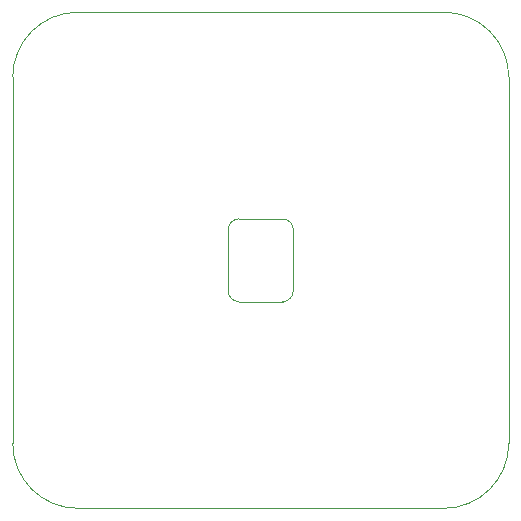
<source format=gm1>
G04 #@! TF.GenerationSoftware,KiCad,Pcbnew,(5.1.0-1390-gc38e9d5c4)*
G04 #@! TF.CreationDate,2019-08-14T17:07:38-04:00*
G04 #@! TF.ProjectId,stm32-nema17-servo,73746d33-322d-46e6-956d-6131372d7365,rev?*
G04 #@! TF.SameCoordinates,Original*
G04 #@! TF.FileFunction,Profile,NP*
%FSLAX46Y46*%
G04 Gerber Fmt 4.6, Leading zero omitted, Abs format (unit mm)*
G04 Created by KiCad (PCBNEW (5.1.0-1390-gc38e9d5c4)) date 2019-08-14 17:07:38*
%MOMM*%
%LPD*%
G04 APERTURE LIST*
%ADD10C,0.050000*%
G04 APERTURE END LIST*
D10*
X129000000Y-104500000D02*
G75*
G02X134500000Y-99000000I5500000J0D01*
G01*
X165500000Y-99000000D02*
G75*
G02X171000000Y-104500000I0J-5500000D01*
G01*
X171000000Y-135500000D02*
G75*
G02X165500000Y-141000000I-5500000J0D01*
G01*
X134500000Y-141000000D02*
G75*
G02X129000000Y-135500000I0J5500000D01*
G01*
X152750000Y-122600000D02*
G75*
G02X151850000Y-123500000I-900000J0D01*
G01*
X148150000Y-123500000D02*
G75*
G02X147250000Y-122600000I0J900000D01*
G01*
X151850000Y-116500000D02*
G75*
G02X152750000Y-117400000I0J-900000D01*
G01*
X147250000Y-117400000D02*
G75*
G02X148150000Y-116500000I900000J0D01*
G01*
X148150000Y-116500000D02*
X151850000Y-116500000D01*
X147250000Y-122600000D02*
X147250000Y-117400000D01*
X151850000Y-123500000D02*
X148150000Y-123500000D01*
X152750000Y-117400000D02*
X152750000Y-122600000D01*
X129000000Y-135500000D02*
X129000000Y-104500000D01*
X165500000Y-141000000D02*
X134500000Y-141000000D01*
X171000000Y-104500000D02*
X171000000Y-135500000D01*
X134500000Y-99000000D02*
X165500000Y-99000000D01*
M02*

</source>
